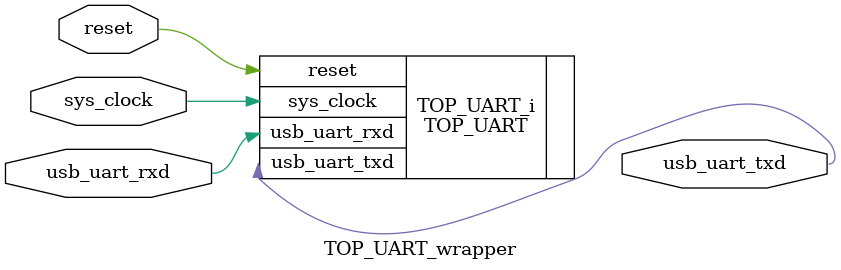
<source format=v>
`timescale 1 ps / 1 ps

module TOP_UART_wrapper
   (reset,
    sys_clock,
    usb_uart_rxd,
    usb_uart_txd);
  input reset;
  input sys_clock;
  input usb_uart_rxd;
  output usb_uart_txd;

  wire reset;
  wire sys_clock;
  wire usb_uart_rxd;
  wire usb_uart_txd;

  TOP_UART TOP_UART_i
       (.reset(reset),
        .sys_clock(sys_clock),
        .usb_uart_rxd(usb_uart_rxd),
        .usb_uart_txd(usb_uart_txd));
endmodule

</source>
